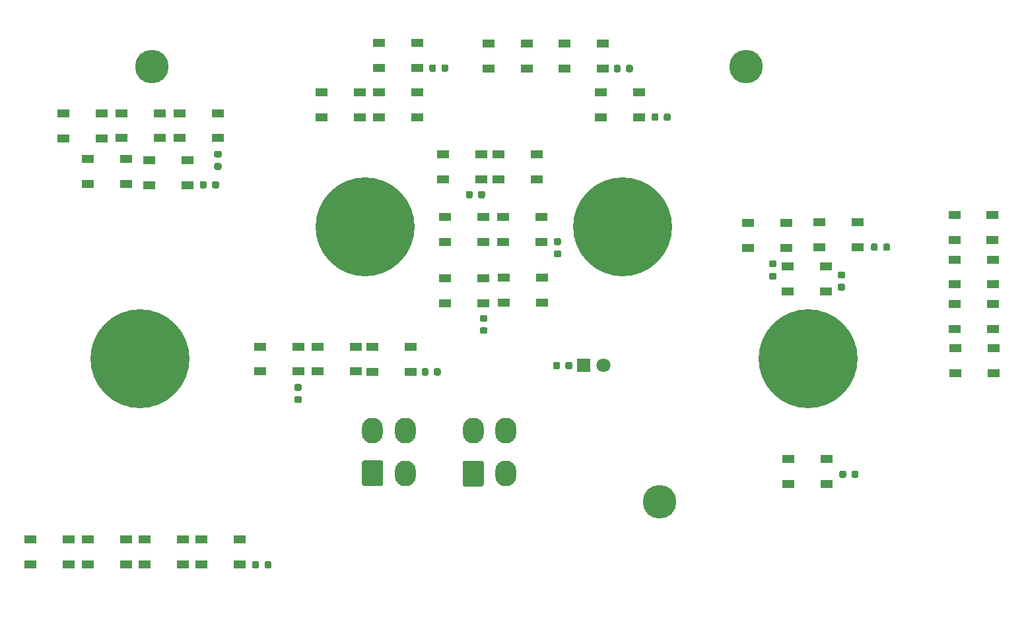
<source format=gbr>
%TF.GenerationSoftware,KiCad,Pcbnew,(5.1.12-1-10_14)*%
%TF.CreationDate,2021-11-25T17:09:38+11:00*%
%TF.ProjectId,Fuel Panel PCB V2,4675656c-2050-4616-9e65-6c2050434220,rev?*%
%TF.SameCoordinates,Original*%
%TF.FileFunction,Soldermask,Top*%
%TF.FilePolarity,Negative*%
%FSLAX46Y46*%
G04 Gerber Fmt 4.6, Leading zero omitted, Abs format (unit mm)*
G04 Created by KiCad (PCBNEW (5.1.12-1-10_14)) date 2021-11-25 17:09:38*
%MOMM*%
%LPD*%
G01*
G04 APERTURE LIST*
%ADD10O,2.700000X3.300000*%
%ADD11C,12.700000*%
%ADD12C,4.300000*%
%ADD13C,1.800000*%
%ADD14R,1.800000X1.800000*%
%ADD15R,1.500000X1.000000*%
G04 APERTURE END LIST*
D10*
%TO.C,J2*%
X163001000Y-130187000D03*
X158801000Y-130187000D03*
X163001000Y-135687000D03*
G36*
G01*
X157451000Y-137086999D02*
X157451000Y-134287001D01*
G75*
G02*
X157701001Y-134037000I250001J0D01*
G01*
X159900999Y-134037000D01*
G75*
G02*
X160151000Y-134287001I0J-250001D01*
G01*
X160151000Y-137086999D01*
G75*
G02*
X159900999Y-137337000I-250001J0D01*
G01*
X157701001Y-137337000D01*
G75*
G02*
X157451000Y-137086999I0J250001D01*
G01*
G37*
%TD*%
%TO.C,J1*%
X150098000Y-130136000D03*
X145898000Y-130136000D03*
X150098000Y-135636000D03*
G36*
G01*
X144548000Y-137035999D02*
X144548000Y-134236001D01*
G75*
G02*
X144798001Y-133986000I250001J0D01*
G01*
X146997999Y-133986000D01*
G75*
G02*
X147248000Y-134236001I0J-250001D01*
G01*
X147248000Y-137035999D01*
G75*
G02*
X146997999Y-137286000I-250001J0D01*
G01*
X144798001Y-137286000D01*
G75*
G02*
X144548000Y-137035999I0J250001D01*
G01*
G37*
%TD*%
D11*
%TO.C,7*%
X116027200Y-120929400D03*
%TD*%
D12*
%TO.C,6*%
X193814700Y-83464400D03*
%TD*%
%TO.C,5*%
X117614700Y-83464400D03*
%TD*%
%TO.C,5*%
X182704740Y-139344400D03*
%TD*%
D11*
%TO.C,3*%
X201752200Y-120929400D03*
X201752200Y-120929400D03*
%TD*%
%TO.C,2*%
X177939700Y-104038400D03*
X177939700Y-104038400D03*
%TD*%
%TO.C,1*%
X144919700Y-104038400D03*
X144919700Y-104038400D03*
%TD*%
%TO.C,R1*%
G36*
G01*
X169932000Y-121561750D02*
X169932000Y-122074250D01*
G75*
G02*
X169713250Y-122293000I-218750J0D01*
G01*
X169275750Y-122293000D01*
G75*
G02*
X169057000Y-122074250I0J218750D01*
G01*
X169057000Y-121561750D01*
G75*
G02*
X169275750Y-121343000I218750J0D01*
G01*
X169713250Y-121343000D01*
G75*
G02*
X169932000Y-121561750I0J-218750D01*
G01*
G37*
G36*
G01*
X171507000Y-121561750D02*
X171507000Y-122074250D01*
G75*
G02*
X171288250Y-122293000I-218750J0D01*
G01*
X170850750Y-122293000D01*
G75*
G02*
X170632000Y-122074250I0J218750D01*
G01*
X170632000Y-121561750D01*
G75*
G02*
X170850750Y-121343000I218750J0D01*
G01*
X171288250Y-121343000D01*
G75*
G02*
X171507000Y-121561750I0J-218750D01*
G01*
G37*
%TD*%
%TO.C,C16*%
G36*
G01*
X131333860Y-147137410D02*
X131333860Y-147649910D01*
G75*
G02*
X131115110Y-147868660I-218750J0D01*
G01*
X130677610Y-147868660D01*
G75*
G02*
X130458860Y-147649910I0J218750D01*
G01*
X130458860Y-147137410D01*
G75*
G02*
X130677610Y-146918660I218750J0D01*
G01*
X131115110Y-146918660D01*
G75*
G02*
X131333860Y-147137410I0J-218750D01*
G01*
G37*
G36*
G01*
X132908860Y-147137410D02*
X132908860Y-147649910D01*
G75*
G02*
X132690110Y-147868660I-218750J0D01*
G01*
X132252610Y-147868660D01*
G75*
G02*
X132033860Y-147649910I0J218750D01*
G01*
X132033860Y-147137410D01*
G75*
G02*
X132252610Y-146918660I218750J0D01*
G01*
X132690110Y-146918660D01*
G75*
G02*
X132908860Y-147137410I0J-218750D01*
G01*
G37*
%TD*%
%TO.C,C15*%
G36*
G01*
X206624540Y-135514370D02*
X206624540Y-136026870D01*
G75*
G02*
X206405790Y-136245620I-218750J0D01*
G01*
X205968290Y-136245620D01*
G75*
G02*
X205749540Y-136026870I0J218750D01*
G01*
X205749540Y-135514370D01*
G75*
G02*
X205968290Y-135295620I218750J0D01*
G01*
X206405790Y-135295620D01*
G75*
G02*
X206624540Y-135514370I0J-218750D01*
G01*
G37*
G36*
G01*
X208199540Y-135514370D02*
X208199540Y-136026870D01*
G75*
G02*
X207980790Y-136245620I-218750J0D01*
G01*
X207543290Y-136245620D01*
G75*
G02*
X207324540Y-136026870I0J218750D01*
G01*
X207324540Y-135514370D01*
G75*
G02*
X207543290Y-135295620I218750J0D01*
G01*
X207980790Y-135295620D01*
G75*
G02*
X208199540Y-135514370I0J-218750D01*
G01*
G37*
%TD*%
%TO.C,C14*%
G36*
G01*
X205763150Y-111299640D02*
X206275650Y-111299640D01*
G75*
G02*
X206494400Y-111518390I0J-218750D01*
G01*
X206494400Y-111955890D01*
G75*
G02*
X206275650Y-112174640I-218750J0D01*
G01*
X205763150Y-112174640D01*
G75*
G02*
X205544400Y-111955890I0J218750D01*
G01*
X205544400Y-111518390D01*
G75*
G02*
X205763150Y-111299640I218750J0D01*
G01*
G37*
G36*
G01*
X205763150Y-109724640D02*
X206275650Y-109724640D01*
G75*
G02*
X206494400Y-109943390I0J-218750D01*
G01*
X206494400Y-110380890D01*
G75*
G02*
X206275650Y-110599640I-218750J0D01*
G01*
X205763150Y-110599640D01*
G75*
G02*
X205544400Y-110380890I0J218750D01*
G01*
X205544400Y-109943390D01*
G75*
G02*
X205763150Y-109724640I218750J0D01*
G01*
G37*
%TD*%
%TO.C,C13*%
G36*
G01*
X210675840Y-106357710D02*
X210675840Y-106870210D01*
G75*
G02*
X210457090Y-107088960I-218750J0D01*
G01*
X210019590Y-107088960D01*
G75*
G02*
X209800840Y-106870210I0J218750D01*
G01*
X209800840Y-106357710D01*
G75*
G02*
X210019590Y-106138960I218750J0D01*
G01*
X210457090Y-106138960D01*
G75*
G02*
X210675840Y-106357710I0J-218750D01*
G01*
G37*
G36*
G01*
X212250840Y-106357710D02*
X212250840Y-106870210D01*
G75*
G02*
X212032090Y-107088960I-218750J0D01*
G01*
X211594590Y-107088960D01*
G75*
G02*
X211375840Y-106870210I0J218750D01*
G01*
X211375840Y-106357710D01*
G75*
G02*
X211594590Y-106138960I218750J0D01*
G01*
X212032090Y-106138960D01*
G75*
G02*
X212250840Y-106357710I0J-218750D01*
G01*
G37*
%TD*%
%TO.C,C12*%
G36*
G01*
X169867290Y-106347880D02*
X169354790Y-106347880D01*
G75*
G02*
X169136040Y-106129130I0J218750D01*
G01*
X169136040Y-105691630D01*
G75*
G02*
X169354790Y-105472880I218750J0D01*
G01*
X169867290Y-105472880D01*
G75*
G02*
X170086040Y-105691630I0J-218750D01*
G01*
X170086040Y-106129130D01*
G75*
G02*
X169867290Y-106347880I-218750J0D01*
G01*
G37*
G36*
G01*
X169867290Y-107922880D02*
X169354790Y-107922880D01*
G75*
G02*
X169136040Y-107704130I0J218750D01*
G01*
X169136040Y-107266630D01*
G75*
G02*
X169354790Y-107047880I218750J0D01*
G01*
X169867290Y-107047880D01*
G75*
G02*
X170086040Y-107266630I0J-218750D01*
G01*
X170086040Y-107704130D01*
G75*
G02*
X169867290Y-107922880I-218750J0D01*
G01*
G37*
%TD*%
%TO.C,C11*%
G36*
G01*
X197479630Y-109195020D02*
X196967130Y-109195020D01*
G75*
G02*
X196748380Y-108976270I0J218750D01*
G01*
X196748380Y-108538770D01*
G75*
G02*
X196967130Y-108320020I218750J0D01*
G01*
X197479630Y-108320020D01*
G75*
G02*
X197698380Y-108538770I0J-218750D01*
G01*
X197698380Y-108976270D01*
G75*
G02*
X197479630Y-109195020I-218750J0D01*
G01*
G37*
G36*
G01*
X197479630Y-110770020D02*
X196967130Y-110770020D01*
G75*
G02*
X196748380Y-110551270I0J218750D01*
G01*
X196748380Y-110113770D01*
G75*
G02*
X196967130Y-109895020I218750J0D01*
G01*
X197479630Y-109895020D01*
G75*
G02*
X197698380Y-110113770I0J-218750D01*
G01*
X197698380Y-110551270D01*
G75*
G02*
X197479630Y-110770020I-218750J0D01*
G01*
G37*
%TD*%
%TO.C,C10*%
G36*
G01*
X182547880Y-89659750D02*
X182547880Y-90172250D01*
G75*
G02*
X182329130Y-90391000I-218750J0D01*
G01*
X181891630Y-90391000D01*
G75*
G02*
X181672880Y-90172250I0J218750D01*
G01*
X181672880Y-89659750D01*
G75*
G02*
X181891630Y-89441000I218750J0D01*
G01*
X182329130Y-89441000D01*
G75*
G02*
X182547880Y-89659750I0J-218750D01*
G01*
G37*
G36*
G01*
X184122880Y-89659750D02*
X184122880Y-90172250D01*
G75*
G02*
X183904130Y-90391000I-218750J0D01*
G01*
X183466630Y-90391000D01*
G75*
G02*
X183247880Y-90172250I0J218750D01*
G01*
X183247880Y-89659750D01*
G75*
G02*
X183466630Y-89441000I218750J0D01*
G01*
X183904130Y-89441000D01*
G75*
G02*
X184122880Y-89659750I0J-218750D01*
G01*
G37*
%TD*%
%TO.C,C9*%
G36*
G01*
X177701360Y-83418970D02*
X177701360Y-83931470D01*
G75*
G02*
X177482610Y-84150220I-218750J0D01*
G01*
X177045110Y-84150220D01*
G75*
G02*
X176826360Y-83931470I0J218750D01*
G01*
X176826360Y-83418970D01*
G75*
G02*
X177045110Y-83200220I218750J0D01*
G01*
X177482610Y-83200220D01*
G75*
G02*
X177701360Y-83418970I0J-218750D01*
G01*
G37*
G36*
G01*
X179276360Y-83418970D02*
X179276360Y-83931470D01*
G75*
G02*
X179057610Y-84150220I-218750J0D01*
G01*
X178620110Y-84150220D01*
G75*
G02*
X178401360Y-83931470I0J218750D01*
G01*
X178401360Y-83418970D01*
G75*
G02*
X178620110Y-83200220I218750J0D01*
G01*
X179057610Y-83200220D01*
G75*
G02*
X179276360Y-83418970I0J-218750D01*
G01*
G37*
%TD*%
%TO.C,C8*%
G36*
G01*
X154031200Y-83360550D02*
X154031200Y-83873050D01*
G75*
G02*
X153812450Y-84091800I-218750J0D01*
G01*
X153374950Y-84091800D01*
G75*
G02*
X153156200Y-83873050I0J218750D01*
G01*
X153156200Y-83360550D01*
G75*
G02*
X153374950Y-83141800I218750J0D01*
G01*
X153812450Y-83141800D01*
G75*
G02*
X154031200Y-83360550I0J-218750D01*
G01*
G37*
G36*
G01*
X155606200Y-83360550D02*
X155606200Y-83873050D01*
G75*
G02*
X155387450Y-84091800I-218750J0D01*
G01*
X154949950Y-84091800D01*
G75*
G02*
X154731200Y-83873050I0J218750D01*
G01*
X154731200Y-83360550D01*
G75*
G02*
X154949950Y-83141800I218750J0D01*
G01*
X155387450Y-83141800D01*
G75*
G02*
X155606200Y-83360550I0J-218750D01*
G01*
G37*
%TD*%
%TO.C,C7*%
G36*
G01*
X159435180Y-100121430D02*
X159435180Y-99608930D01*
G75*
G02*
X159653930Y-99390180I218750J0D01*
G01*
X160091430Y-99390180D01*
G75*
G02*
X160310180Y-99608930I0J-218750D01*
G01*
X160310180Y-100121430D01*
G75*
G02*
X160091430Y-100340180I-218750J0D01*
G01*
X159653930Y-100340180D01*
G75*
G02*
X159435180Y-100121430I0J218750D01*
G01*
G37*
G36*
G01*
X157860180Y-100121430D02*
X157860180Y-99608930D01*
G75*
G02*
X158078930Y-99390180I218750J0D01*
G01*
X158516430Y-99390180D01*
G75*
G02*
X158735180Y-99608930I0J-218750D01*
G01*
X158735180Y-100121430D01*
G75*
G02*
X158516430Y-100340180I-218750J0D01*
G01*
X158078930Y-100340180D01*
G75*
G02*
X157860180Y-100121430I0J218750D01*
G01*
G37*
%TD*%
%TO.C,C6*%
G36*
G01*
X160393090Y-116182560D02*
X159880590Y-116182560D01*
G75*
G02*
X159661840Y-115963810I0J218750D01*
G01*
X159661840Y-115526310D01*
G75*
G02*
X159880590Y-115307560I218750J0D01*
G01*
X160393090Y-115307560D01*
G75*
G02*
X160611840Y-115526310I0J-218750D01*
G01*
X160611840Y-115963810D01*
G75*
G02*
X160393090Y-116182560I-218750J0D01*
G01*
G37*
G36*
G01*
X160393090Y-117757560D02*
X159880590Y-117757560D01*
G75*
G02*
X159661840Y-117538810I0J218750D01*
G01*
X159661840Y-117101310D01*
G75*
G02*
X159880590Y-116882560I218750J0D01*
G01*
X160393090Y-116882560D01*
G75*
G02*
X160611840Y-117101310I0J-218750D01*
G01*
X160611840Y-117538810D01*
G75*
G02*
X160393090Y-117757560I-218750J0D01*
G01*
G37*
%TD*%
%TO.C,C5*%
G36*
G01*
X153061020Y-122367330D02*
X153061020Y-122879830D01*
G75*
G02*
X152842270Y-123098580I-218750J0D01*
G01*
X152404770Y-123098580D01*
G75*
G02*
X152186020Y-122879830I0J218750D01*
G01*
X152186020Y-122367330D01*
G75*
G02*
X152404770Y-122148580I218750J0D01*
G01*
X152842270Y-122148580D01*
G75*
G02*
X153061020Y-122367330I0J-218750D01*
G01*
G37*
G36*
G01*
X154636020Y-122367330D02*
X154636020Y-122879830D01*
G75*
G02*
X154417270Y-123098580I-218750J0D01*
G01*
X153979770Y-123098580D01*
G75*
G02*
X153761020Y-122879830I0J218750D01*
G01*
X153761020Y-122367330D01*
G75*
G02*
X153979770Y-122148580I218750J0D01*
G01*
X154417270Y-122148580D01*
G75*
G02*
X154636020Y-122367330I0J-218750D01*
G01*
G37*
%TD*%
%TO.C,C4*%
G36*
G01*
X136586257Y-125046673D02*
X136073757Y-125046673D01*
G75*
G02*
X135855007Y-124827923I0J218750D01*
G01*
X135855007Y-124390423D01*
G75*
G02*
X136073757Y-124171673I218750J0D01*
G01*
X136586257Y-124171673D01*
G75*
G02*
X136805007Y-124390423I0J-218750D01*
G01*
X136805007Y-124827923D01*
G75*
G02*
X136586257Y-125046673I-218750J0D01*
G01*
G37*
G36*
G01*
X136586257Y-126621673D02*
X136073757Y-126621673D01*
G75*
G02*
X135855007Y-126402923I0J218750D01*
G01*
X135855007Y-125965423D01*
G75*
G02*
X136073757Y-125746673I218750J0D01*
G01*
X136586257Y-125746673D01*
G75*
G02*
X136805007Y-125965423I0J-218750D01*
G01*
X136805007Y-126402923D01*
G75*
G02*
X136586257Y-126621673I-218750J0D01*
G01*
G37*
%TD*%
%TO.C,C3*%
G36*
G01*
X124618100Y-98349090D02*
X124618100Y-98861590D01*
G75*
G02*
X124399350Y-99080340I-218750J0D01*
G01*
X123961850Y-99080340D01*
G75*
G02*
X123743100Y-98861590I0J218750D01*
G01*
X123743100Y-98349090D01*
G75*
G02*
X123961850Y-98130340I218750J0D01*
G01*
X124399350Y-98130340D01*
G75*
G02*
X124618100Y-98349090I0J-218750D01*
G01*
G37*
G36*
G01*
X126193100Y-98349090D02*
X126193100Y-98861590D01*
G75*
G02*
X125974350Y-99080340I-218750J0D01*
G01*
X125536850Y-99080340D01*
G75*
G02*
X125318100Y-98861590I0J218750D01*
G01*
X125318100Y-98349090D01*
G75*
G02*
X125536850Y-98130340I218750J0D01*
G01*
X125974350Y-98130340D01*
G75*
G02*
X126193100Y-98349090I0J-218750D01*
G01*
G37*
%TD*%
%TO.C,C2*%
G36*
G01*
X126311370Y-95113260D02*
X125798870Y-95113260D01*
G75*
G02*
X125580120Y-94894510I0J218750D01*
G01*
X125580120Y-94457010D01*
G75*
G02*
X125798870Y-94238260I218750J0D01*
G01*
X126311370Y-94238260D01*
G75*
G02*
X126530120Y-94457010I0J-218750D01*
G01*
X126530120Y-94894510D01*
G75*
G02*
X126311370Y-95113260I-218750J0D01*
G01*
G37*
G36*
G01*
X126311370Y-96688260D02*
X125798870Y-96688260D01*
G75*
G02*
X125580120Y-96469510I0J218750D01*
G01*
X125580120Y-96032010D01*
G75*
G02*
X125798870Y-95813260I218750J0D01*
G01*
X126311370Y-95813260D01*
G75*
G02*
X126530120Y-96032010I0J-218750D01*
G01*
X126530120Y-96469510D01*
G75*
G02*
X126311370Y-96688260I-218750J0D01*
G01*
G37*
%TD*%
D13*
%TO.C,D33*%
X175514000Y-121818000D03*
D14*
X172974000Y-121818000D03*
%TD*%
D15*
%TO.C,D5*%
X117235000Y-95428000D03*
X117235000Y-98628000D03*
X122135000Y-95428000D03*
X122135000Y-98628000D03*
%TD*%
%TO.C,D28*%
X199226000Y-133782000D03*
X199226000Y-136982000D03*
X204126000Y-133782000D03*
X204126000Y-136982000D03*
%TD*%
%TO.C,D14*%
X155171000Y-102718000D03*
X155171000Y-105918000D03*
X160071000Y-102718000D03*
X160071000Y-105918000D03*
%TD*%
%TO.C,D32*%
X220652000Y-119583000D03*
X220652000Y-122783000D03*
X225552000Y-119583000D03*
X225552000Y-122783000D03*
%TD*%
%TO.C,D31*%
X220550000Y-113894000D03*
X220550000Y-117094000D03*
X225450000Y-113894000D03*
X225450000Y-117094000D03*
%TD*%
%TO.C,D30*%
X220550000Y-108204000D03*
X220550000Y-111404000D03*
X225450000Y-108204000D03*
X225450000Y-111404000D03*
%TD*%
%TO.C,D29*%
X220511000Y-102464000D03*
X220511000Y-105664000D03*
X225411000Y-102464000D03*
X225411000Y-105664000D03*
%TD*%
%TO.C,D27*%
X199113000Y-109068000D03*
X199113000Y-112268000D03*
X204013000Y-109068000D03*
X204013000Y-112268000D03*
%TD*%
%TO.C,D26*%
X203177000Y-103429000D03*
X203177000Y-106629000D03*
X208077000Y-103429000D03*
X208077000Y-106629000D03*
%TD*%
%TO.C,D25*%
X194084000Y-103531000D03*
X194084000Y-106731000D03*
X198984000Y-103531000D03*
X198984000Y-106731000D03*
%TD*%
%TO.C,D24*%
X123980000Y-144145000D03*
X123980000Y-147345000D03*
X128880000Y-144145000D03*
X128880000Y-147345000D03*
%TD*%
%TO.C,D23*%
X116664000Y-144170000D03*
X116664000Y-147370000D03*
X121564000Y-144170000D03*
X121564000Y-147370000D03*
%TD*%
%TO.C,D22*%
X109400000Y-144171000D03*
X109400000Y-147371000D03*
X114300000Y-144171000D03*
X114300000Y-147371000D03*
%TD*%
%TO.C,D21*%
X101995000Y-144145000D03*
X101995000Y-147345000D03*
X106895000Y-144145000D03*
X106895000Y-147345000D03*
%TD*%
%TO.C,D20*%
X145874000Y-119431000D03*
X145874000Y-122631000D03*
X150774000Y-119431000D03*
X150774000Y-122631000D03*
%TD*%
%TO.C,D19*%
X138864000Y-119380000D03*
X138864000Y-122580000D03*
X143764000Y-119380000D03*
X143764000Y-122580000D03*
%TD*%
%TO.C,D18*%
X131447000Y-119380000D03*
X131447000Y-122580000D03*
X136347000Y-119380000D03*
X136347000Y-122580000D03*
%TD*%
%TO.C,D17*%
X162689000Y-110541000D03*
X162689000Y-113741000D03*
X167589000Y-110541000D03*
X167589000Y-113741000D03*
%TD*%
%TO.C,D16*%
X155222000Y-110592000D03*
X155222000Y-113792000D03*
X160122000Y-110592000D03*
X160122000Y-113792000D03*
%TD*%
%TO.C,D15*%
X162638000Y-102718000D03*
X162638000Y-105918000D03*
X167538000Y-102718000D03*
X167538000Y-105918000D03*
%TD*%
%TO.C,D13*%
X162080000Y-94691200D03*
X162080000Y-97891200D03*
X166980000Y-94691200D03*
X166980000Y-97891200D03*
%TD*%
%TO.C,D12*%
X154968000Y-94691200D03*
X154968000Y-97891200D03*
X159868000Y-94691200D03*
X159868000Y-97891200D03*
%TD*%
%TO.C,D11*%
X175186000Y-86715600D03*
X175186000Y-89915600D03*
X180086000Y-86715600D03*
X180086000Y-89915600D03*
%TD*%
%TO.C,D10*%
X170512000Y-80467200D03*
X170512000Y-83667200D03*
X175412000Y-80467200D03*
X175412000Y-83667200D03*
%TD*%
%TO.C,D9*%
X160770000Y-80492800D03*
X160770000Y-83692800D03*
X165670000Y-80492800D03*
X165670000Y-83692800D03*
%TD*%
%TO.C,D8*%
X146738000Y-80416400D03*
X146738000Y-83616400D03*
X151638000Y-80416400D03*
X151638000Y-83616400D03*
%TD*%
%TO.C,D7*%
X146687000Y-86766800D03*
X146687000Y-89966800D03*
X151587000Y-86766800D03*
X151587000Y-89966800D03*
%TD*%
%TO.C,D6*%
X139344000Y-86766800D03*
X139344000Y-89966800D03*
X144244000Y-86766800D03*
X144244000Y-89966800D03*
%TD*%
%TO.C,D4*%
X109372000Y-95300800D03*
X109372000Y-98500800D03*
X114272000Y-95300800D03*
X114272000Y-98500800D03*
%TD*%
%TO.C,D3*%
X121158000Y-89408400D03*
X121158000Y-92608400D03*
X126058000Y-89408400D03*
X126058000Y-92608400D03*
%TD*%
%TO.C,D2*%
X113690000Y-89408000D03*
X113690000Y-92608000D03*
X118590000Y-89408000D03*
X118590000Y-92608000D03*
%TD*%
%TO.C,D1*%
X106223000Y-89433600D03*
X106223000Y-92633600D03*
X111123000Y-89433600D03*
X111123000Y-92633600D03*
%TD*%
M02*

</source>
